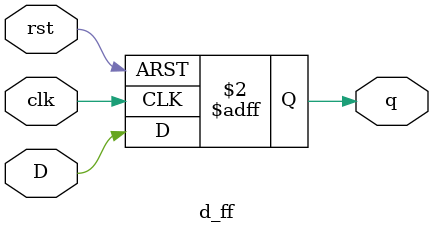
<source format=v>
module d_ff(
    input D,
    input clk,
    input rst,
    output reg q
    );
    always @(posedge clk or posedge rst)
    begin
    if (rst)
    q <= 1'b0;
    else
    q <= D;
    end
endmodule
</source>
